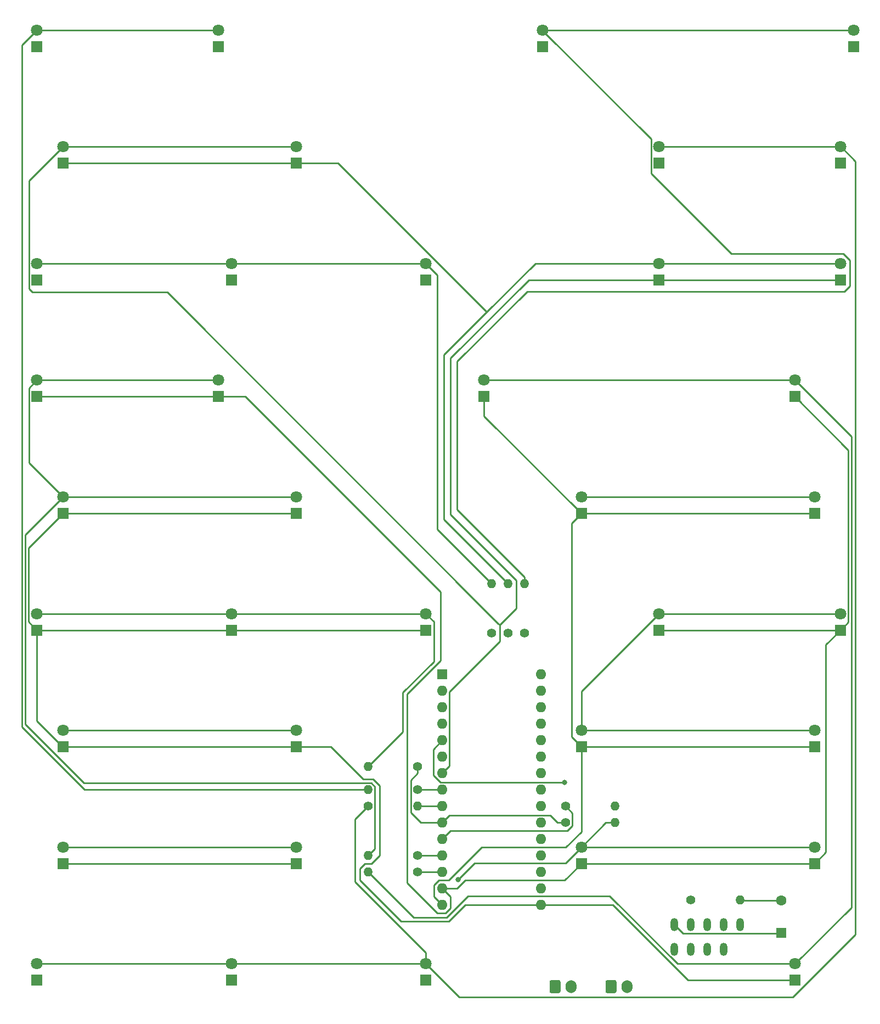
<source format=gbr>
%TF.GenerationSoftware,KiCad,Pcbnew,(5.1.7)-1*%
%TF.CreationDate,2020-10-17T18:25:27+02:00*%
%TF.ProjectId,SteirischeWortUhr2,53746569-7269-4736-9368-65576f727455,rev?*%
%TF.SameCoordinates,Original*%
%TF.FileFunction,Copper,L2,Bot*%
%TF.FilePolarity,Positive*%
%FSLAX46Y46*%
G04 Gerber Fmt 4.6, Leading zero omitted, Abs format (unit mm)*
G04 Created by KiCad (PCBNEW (5.1.7)-1) date 2020-10-17 18:25:27*
%MOMM*%
%LPD*%
G01*
G04 APERTURE LIST*
%TA.AperFunction,ComponentPad*%
%ADD10O,1.700000X2.000000*%
%TD*%
%TA.AperFunction,ComponentPad*%
%ADD11O,1.400000X1.400000*%
%TD*%
%TA.AperFunction,ComponentPad*%
%ADD12C,1.400000*%
%TD*%
%TA.AperFunction,ComponentPad*%
%ADD13C,1.800000*%
%TD*%
%TA.AperFunction,ComponentPad*%
%ADD14R,1.800000X1.800000*%
%TD*%
%TA.AperFunction,ComponentPad*%
%ADD15O,1.200000X2.000000*%
%TD*%
%TA.AperFunction,ComponentPad*%
%ADD16C,1.600000*%
%TD*%
%TA.AperFunction,ComponentPad*%
%ADD17R,1.600000X1.600000*%
%TD*%
%TA.AperFunction,ComponentPad*%
%ADD18O,1.600000X1.600000*%
%TD*%
%TA.AperFunction,ViaPad*%
%ADD19C,0.800000*%
%TD*%
%TA.AperFunction,Conductor*%
%ADD20C,0.250000*%
%TD*%
G04 APERTURE END LIST*
D10*
%TO.P,J2KEY1,2*%
%TO.N,GND*%
X111085000Y-164973000D03*
%TO.P,J2KEY1,1*%
%TO.N,Net-(ArduinoNanoV3-Pad20)*%
%TA.AperFunction,ComponentPad*%
G36*
G01*
X107735000Y-165723000D02*
X107735000Y-164223000D01*
G75*
G02*
X107985000Y-163973000I250000J0D01*
G01*
X109185000Y-163973000D01*
G75*
G02*
X109435000Y-164223000I0J-250000D01*
G01*
X109435000Y-165723000D01*
G75*
G02*
X109185000Y-165973000I-250000J0D01*
G01*
X107985000Y-165973000D01*
G75*
G02*
X107735000Y-165723000I0J250000D01*
G01*
G37*
%TD.AperFunction*%
%TD*%
%TO.P,J1PWR1,2*%
%TO.N,GND*%
X102449000Y-164973000D03*
%TO.P,J1PWR1,1*%
%TO.N,Net-(ArduinoNanoV3-Pad30)*%
%TA.AperFunction,ComponentPad*%
G36*
G01*
X99099000Y-165723000D02*
X99099000Y-164223000D01*
G75*
G02*
X99349000Y-163973000I250000J0D01*
G01*
X100549000Y-163973000D01*
G75*
G02*
X100799000Y-164223000I0J-250000D01*
G01*
X100799000Y-165723000D01*
G75*
G02*
X100549000Y-165973000I-250000J0D01*
G01*
X99349000Y-165973000D01*
G75*
G02*
X99099000Y-165723000I0J250000D01*
G01*
G37*
%TD.AperFunction*%
%TD*%
D11*
%TO.P,R11,2*%
%TO.N,Net-(C1-Pad2)*%
X128524000Y-151638000D03*
D12*
%TO.P,R11,1*%
%TO.N,GND*%
X120904000Y-151638000D03*
%TD*%
D11*
%TO.P,R10,2*%
%TO.N,Net-(LED_ANS_1-Pad2)*%
X71120000Y-147320000D03*
D12*
%TO.P,R10,1*%
%TO.N,Net-(ArduinoNanoV3-Pad13)*%
X78740000Y-147320000D03*
%TD*%
D11*
%TO.P,R9,2*%
%TO.N,Net-(LED_DREI_1-Pad2)*%
X71120000Y-144780000D03*
D12*
%TO.P,R9,1*%
%TO.N,Net-(ArduinoNanoV3-Pad12)*%
X78740000Y-144780000D03*
%TD*%
D11*
%TO.P,R8,2*%
%TO.N,Net-(LED_NAINE_1-Pad2)*%
X109220000Y-137160000D03*
D12*
%TO.P,R8,1*%
%TO.N,Net-(ArduinoNanoV3-Pad11)*%
X101600000Y-137160000D03*
%TD*%
D11*
%TO.P,R7,2*%
%TO.N,Net-(LED_ZW\u00D6LFE_1-Pad2)*%
X71120000Y-131064000D03*
D12*
%TO.P,R7,1*%
%TO.N,Net-(ArduinoNanoV3-Pad10)*%
X78740000Y-131064000D03*
%TD*%
D11*
%TO.P,R6,2*%
%TO.N,Net-(LED_SIEBN_1-Pad2)*%
X109220000Y-139700000D03*
D12*
%TO.P,R6,1*%
%TO.N,Net-(ArduinoNanoV3-Pad10)*%
X101600000Y-139700000D03*
%TD*%
D11*
%TO.P,R5,2*%
%TO.N,Net-(ArduinoNanoV3-Pad9)*%
X78740000Y-137160000D03*
D12*
%TO.P,R5,1*%
%TO.N,Net-(LED_SCHO_1-Pad2)*%
X71120000Y-137160000D03*
%TD*%
D11*
%TO.P,R4,2*%
%TO.N,Net-(LED_GLEI_1-Pad2)*%
X71120000Y-134620000D03*
D12*
%TO.P,R4,1*%
%TO.N,Net-(ArduinoNanoV3-Pad8)*%
X78740000Y-134620000D03*
%TD*%
D11*
%TO.P,R3,2*%
%TO.N,Net-(LED_DREI4TL_1-Pad2)*%
X92710000Y-102870000D03*
D12*
%TO.P,R3,1*%
%TO.N,Net-(ArduinoNanoV3-Pad6)*%
X92710000Y-110490000D03*
%TD*%
D11*
%TO.P,R2,2*%
%TO.N,Net-(LED_VIERTL_1-Pad2)*%
X90170000Y-102870000D03*
D12*
%TO.P,R2,1*%
%TO.N,Net-(ArduinoNanoV3-Pad6)*%
X90170000Y-110490000D03*
%TD*%
D11*
%TO.P,R1,2*%
%TO.N,Net-(LED_ESIS_1-Pad2)*%
X95250000Y-102870000D03*
D12*
%TO.P,R1,1*%
%TO.N,Net-(ArduinoNanoV3-Pad19)*%
X95250000Y-110490000D03*
%TD*%
D13*
%TO.P,LED_\u00D6FE_1,2*%
%TO.N,Net-(LED_ANS_1-Pad2)*%
X137000000Y-161460000D03*
D14*
%TO.P,LED_\u00D6FE_1,1*%
%TO.N,Net-(ArduinoNanoV3-Pad16)*%
X137000000Y-164000000D03*
%TD*%
D13*
%TO.P,LED_ZW\u00D6LFE_3,2*%
%TO.N,Net-(LED_ZW\u00D6LFE_1-Pad2)*%
X20000000Y-107460000D03*
D14*
%TO.P,LED_ZW\u00D6LFE_3,1*%
%TO.N,Net-(ArduinoNanoV3-Pad16)*%
X20000000Y-110000000D03*
%TD*%
D13*
%TO.P,LED_ZW\u00D6LFE_2,2*%
%TO.N,Net-(LED_ZW\u00D6LFE_1-Pad2)*%
X50000000Y-107460000D03*
D14*
%TO.P,LED_ZW\u00D6LFE_2,1*%
%TO.N,Net-(ArduinoNanoV3-Pad16)*%
X50000000Y-110000000D03*
%TD*%
D13*
%TO.P,LED_ZW\u00D6LFE_1,2*%
%TO.N,Net-(LED_ZW\u00D6LFE_1-Pad2)*%
X80000000Y-107460000D03*
D14*
%TO.P,LED_ZW\u00D6LFE_1,1*%
%TO.N,Net-(ArduinoNanoV3-Pad16)*%
X80000000Y-110000000D03*
%TD*%
D13*
%TO.P,LED_ZWA_1,2*%
%TO.N,Net-(LED_ANS_1-Pad2)*%
X89000000Y-71460000D03*
D14*
%TO.P,LED_ZWA_1,1*%
%TO.N,Net-(ArduinoNanoV3-Pad15)*%
X89000000Y-74000000D03*
%TD*%
D13*
%TO.P,LED_ZEHNE_2,2*%
%TO.N,Net-(LED_SIEBN_1-Pad2)*%
X104000000Y-143460000D03*
D14*
%TO.P,LED_ZEHNE_2,1*%
%TO.N,Net-(ArduinoNanoV3-Pad14)*%
X104000000Y-146000000D03*
%TD*%
D13*
%TO.P,LED_ZEHNE_1,2*%
%TO.N,Net-(LED_SIEBN_1-Pad2)*%
X140000000Y-143460000D03*
D14*
%TO.P,LED_ZEHNE_1,1*%
%TO.N,Net-(ArduinoNanoV3-Pad14)*%
X140000000Y-146000000D03*
%TD*%
D13*
%TO.P,LED_VUABEI_3,2*%
%TO.N,Net-(LED_SCHO_1-Pad2)*%
X20000000Y-161460000D03*
D14*
%TO.P,LED_VUABEI_3,1*%
%TO.N,GND*%
X20000000Y-164000000D03*
%TD*%
D13*
%TO.P,LED_VUABEI_2,2*%
%TO.N,Net-(LED_SCHO_1-Pad2)*%
X50000000Y-161460000D03*
D14*
%TO.P,LED_VUABEI_2,1*%
%TO.N,GND*%
X50000000Y-164000000D03*
%TD*%
D13*
%TO.P,LED_VUABEI_1,2*%
%TO.N,Net-(LED_SCHO_1-Pad2)*%
X80000000Y-161460000D03*
D14*
%TO.P,LED_VUABEI_1,1*%
%TO.N,GND*%
X80000000Y-164000000D03*
%TD*%
D13*
%TO.P,LED_VIERTL_3,2*%
%TO.N,Net-(LED_VIERTL_1-Pad2)*%
X20000000Y-53460000D03*
D14*
%TO.P,LED_VIERTL_3,1*%
%TO.N,GND*%
X20000000Y-56000000D03*
%TD*%
D13*
%TO.P,LED_VIERTL_2,2*%
%TO.N,Net-(LED_VIERTL_1-Pad2)*%
X50000000Y-53460000D03*
D14*
%TO.P,LED_VIERTL_2,1*%
%TO.N,GND*%
X50000000Y-56000000D03*
%TD*%
D13*
%TO.P,LED_VIERTL_1,2*%
%TO.N,Net-(LED_VIERTL_1-Pad2)*%
X80000000Y-53460000D03*
D14*
%TO.P,LED_VIERTL_1,1*%
%TO.N,GND*%
X80000000Y-56000000D03*
%TD*%
D13*
%TO.P,LED_VIERE_2,2*%
%TO.N,Net-(LED_DREI_1-Pad2)*%
X104000000Y-89460000D03*
D14*
%TO.P,LED_VIERE_2,1*%
%TO.N,Net-(ArduinoNanoV3-Pad15)*%
X104000000Y-92000000D03*
%TD*%
D13*
%TO.P,LED_VIERE_1,2*%
%TO.N,Net-(LED_DREI_1-Pad2)*%
X140000000Y-89460000D03*
D14*
%TO.P,LED_VIERE_1,1*%
%TO.N,Net-(ArduinoNanoV3-Pad15)*%
X140000000Y-92000000D03*
%TD*%
D13*
%TO.P,LED_SIEBN_2,2*%
%TO.N,Net-(LED_SIEBN_1-Pad2)*%
X24000000Y-143460000D03*
D14*
%TO.P,LED_SIEBN_2,1*%
%TO.N,Net-(ArduinoNanoV3-Pad15)*%
X24000000Y-146000000D03*
%TD*%
D13*
%TO.P,LED_SIEBN_1,2*%
%TO.N,Net-(LED_SIEBN_1-Pad2)*%
X60000000Y-143460000D03*
D14*
%TO.P,LED_SIEBN_1,1*%
%TO.N,Net-(ArduinoNanoV3-Pad15)*%
X60000000Y-146000000D03*
%TD*%
D13*
%TO.P,LED_SEXE_2,2*%
%TO.N,Net-(LED_NAINE_1-Pad2)*%
X144000000Y-107460000D03*
D14*
%TO.P,LED_SEXE_2,1*%
%TO.N,Net-(ArduinoNanoV3-Pad14)*%
X144000000Y-110000000D03*
%TD*%
D13*
%TO.P,LED_SEXE_1,2*%
%TO.N,Net-(LED_NAINE_1-Pad2)*%
X116000000Y-107460000D03*
D14*
%TO.P,LED_SEXE_1,1*%
%TO.N,Net-(ArduinoNanoV3-Pad14)*%
X116000000Y-110000000D03*
%TD*%
D13*
%TO.P,LED_SCHO_2,2*%
%TO.N,Net-(LED_SCHO_1-Pad2)*%
X116000000Y-35460000D03*
D14*
%TO.P,LED_SCHO_2,1*%
%TO.N,GND*%
X116000000Y-38000000D03*
%TD*%
D13*
%TO.P,LED_SCHO_1,2*%
%TO.N,Net-(LED_SCHO_1-Pad2)*%
X144000000Y-35460000D03*
D14*
%TO.P,LED_SCHO_1,1*%
%TO.N,GND*%
X144000000Y-38000000D03*
%TD*%
D13*
%TO.P,LED_OCHTE_2,2*%
%TO.N,Net-(LED_NAINE_1-Pad2)*%
X104000000Y-125460000D03*
D14*
%TO.P,LED_OCHTE_2,1*%
%TO.N,Net-(ArduinoNanoV3-Pad15)*%
X104000000Y-128000000D03*
%TD*%
D13*
%TO.P,LED_OCHTE_1,2*%
%TO.N,Net-(LED_NAINE_1-Pad2)*%
X140000000Y-125460000D03*
D14*
%TO.P,LED_OCHTE_1,1*%
%TO.N,Net-(ArduinoNanoV3-Pad15)*%
X140000000Y-128000000D03*
%TD*%
D13*
%TO.P,LED_NAINE_2,2*%
%TO.N,Net-(LED_NAINE_1-Pad2)*%
X24000000Y-125460000D03*
D14*
%TO.P,LED_NAINE_2,1*%
%TO.N,Net-(ArduinoNanoV3-Pad16)*%
X24000000Y-128000000D03*
%TD*%
D13*
%TO.P,LED_NAINE_1,2*%
%TO.N,Net-(LED_NAINE_1-Pad2)*%
X60000000Y-125460000D03*
D14*
%TO.P,LED_NAINE_1,1*%
%TO.N,Net-(ArduinoNanoV3-Pad16)*%
X60000000Y-128000000D03*
%TD*%
D13*
%TO.P,LED_HOLBA_2,2*%
%TO.N,Net-(ArduinoNanoV3-Pad7)*%
X24000000Y-35460000D03*
D14*
%TO.P,LED_HOLBA_2,1*%
%TO.N,Net-(LED_DREI4TL_1-Pad2)*%
X24000000Y-38000000D03*
%TD*%
D13*
%TO.P,LED_HOLBA_1,2*%
%TO.N,Net-(ArduinoNanoV3-Pad7)*%
X60000000Y-35460000D03*
D14*
%TO.P,LED_HOLBA_1,1*%
%TO.N,Net-(LED_DREI4TL_1-Pad2)*%
X60000000Y-38000000D03*
%TD*%
D13*
%TO.P,LED_GLEI_2,2*%
%TO.N,Net-(LED_GLEI_1-Pad2)*%
X20000000Y-17460000D03*
D14*
%TO.P,LED_GLEI_2,1*%
%TO.N,GND*%
X20000000Y-20000000D03*
%TD*%
D13*
%TO.P,LED_GLEI_1,2*%
%TO.N,Net-(LED_GLEI_1-Pad2)*%
X48000000Y-17460000D03*
D14*
%TO.P,LED_GLEI_1,1*%
%TO.N,GND*%
X48000000Y-20000000D03*
%TD*%
D13*
%TO.P,LED_F\u00DCNFE_2,2*%
%TO.N,Net-(LED_DREI_1-Pad2)*%
X24000000Y-89460000D03*
D14*
%TO.P,LED_F\u00DCNFE_2,1*%
%TO.N,Net-(ArduinoNanoV3-Pad16)*%
X24000000Y-92000000D03*
%TD*%
D13*
%TO.P,LED_F\u00DCNFE_1,2*%
%TO.N,Net-(LED_DREI_1-Pad2)*%
X60000000Y-89460000D03*
D14*
%TO.P,LED_F\u00DCNFE_1,1*%
%TO.N,Net-(ArduinoNanoV3-Pad16)*%
X60000000Y-92000000D03*
%TD*%
D13*
%TO.P,LED_ESIS_2,2*%
%TO.N,Net-(LED_ESIS_1-Pad2)*%
X98000000Y-17460000D03*
D14*
%TO.P,LED_ESIS_2,1*%
%TO.N,GND*%
X98000000Y-20000000D03*
%TD*%
D13*
%TO.P,LED_ESIS_1,2*%
%TO.N,Net-(LED_ESIS_1-Pad2)*%
X146000000Y-17460000D03*
D14*
%TO.P,LED_ESIS_1,1*%
%TO.N,GND*%
X146000000Y-20000000D03*
%TD*%
D13*
%TO.P,LED_DREI_2,2*%
%TO.N,Net-(LED_DREI_1-Pad2)*%
X20000000Y-71460000D03*
D14*
%TO.P,LED_DREI_2,1*%
%TO.N,Net-(ArduinoNanoV3-Pad14)*%
X20000000Y-74000000D03*
%TD*%
D13*
%TO.P,LED_DREI_1,2*%
%TO.N,Net-(LED_DREI_1-Pad2)*%
X48000000Y-71460000D03*
D14*
%TO.P,LED_DREI_1,1*%
%TO.N,Net-(ArduinoNanoV3-Pad14)*%
X48000000Y-74000000D03*
%TD*%
D13*
%TO.P,LED_DREI4TL_2,2*%
%TO.N,Net-(LED_DREI4TL_1-Pad2)*%
X116000000Y-53460000D03*
D14*
%TO.P,LED_DREI4TL_2,1*%
%TO.N,Net-(ArduinoNanoV3-Pad7)*%
X116000000Y-56000000D03*
%TD*%
D13*
%TO.P,LED_DREI4TL_1,2*%
%TO.N,Net-(LED_DREI4TL_1-Pad2)*%
X144000000Y-53460000D03*
D14*
%TO.P,LED_DREI4TL_1,1*%
%TO.N,Net-(ArduinoNanoV3-Pad7)*%
X144000000Y-56000000D03*
%TD*%
D13*
%TO.P,LED_ANS_1,2*%
%TO.N,Net-(LED_ANS_1-Pad2)*%
X137000000Y-71460000D03*
D14*
%TO.P,LED_ANS_1,1*%
%TO.N,Net-(ArduinoNanoV3-Pad14)*%
X137000000Y-74000000D03*
%TD*%
D15*
%TO.P,DCF2,5*%
%TO.N,GND*%
X128524000Y-155448000D03*
%TO.P,DCF2,4*%
%TO.N,Net-(ArduinoNanoV3-Pad5)*%
X125984000Y-155448000D03*
%TO.P,DCF2,3*%
%TO.N,N/C*%
X123444000Y-155448000D03*
%TO.P,DCF2,2*%
%TO.N,GND*%
X120904000Y-155448000D03*
%TO.P,DCF2,1*%
%TO.N,+3V3*%
X118364000Y-155448000D03*
%TD*%
%TO.P,DCF1,4*%
%TO.N,Net-(C1-Pad2)*%
X125984000Y-159258000D03*
%TO.P,DCF1,3*%
%TO.N,Net-(ArduinoNanoV3-Pad5)*%
X123444000Y-159258000D03*
%TO.P,DCF1,2*%
%TO.N,GND*%
X120904000Y-159258000D03*
%TO.P,DCF1,1*%
%TO.N,+3V3*%
X118364000Y-159258000D03*
%TD*%
D16*
%TO.P,C1,2*%
%TO.N,Net-(C1-Pad2)*%
X134874000Y-151718000D03*
D17*
%TO.P,C1,1*%
%TO.N,+3V3*%
X134874000Y-156718000D03*
%TD*%
D18*
%TO.P,ArduinoNanoV3,16*%
%TO.N,Net-(ArduinoNanoV3-Pad16)*%
X97790000Y-152400000D03*
%TO.P,ArduinoNanoV3,15*%
%TO.N,Net-(ArduinoNanoV3-Pad15)*%
X82550000Y-152400000D03*
%TO.P,ArduinoNanoV3,30*%
%TO.N,Net-(ArduinoNanoV3-Pad30)*%
X97790000Y-116840000D03*
%TO.P,ArduinoNanoV3,14*%
%TO.N,Net-(ArduinoNanoV3-Pad14)*%
X82550000Y-149860000D03*
%TO.P,ArduinoNanoV3,29*%
%TO.N,GND*%
X97790000Y-119380000D03*
%TO.P,ArduinoNanoV3,13*%
%TO.N,Net-(ArduinoNanoV3-Pad13)*%
X82550000Y-147320000D03*
%TO.P,ArduinoNanoV3,28*%
%TO.N,Net-(ArduinoNanoV3-Pad28)*%
X97790000Y-121920000D03*
%TO.P,ArduinoNanoV3,12*%
%TO.N,Net-(ArduinoNanoV3-Pad12)*%
X82550000Y-144780000D03*
%TO.P,ArduinoNanoV3,27*%
%TO.N,+5V*%
X97790000Y-124460000D03*
%TO.P,ArduinoNanoV3,11*%
%TO.N,Net-(ArduinoNanoV3-Pad11)*%
X82550000Y-142240000D03*
%TO.P,ArduinoNanoV3,26*%
%TO.N,Net-(ArduinoNanoV3-Pad26)*%
X97790000Y-127000000D03*
%TO.P,ArduinoNanoV3,10*%
%TO.N,Net-(ArduinoNanoV3-Pad10)*%
X82550000Y-139700000D03*
%TO.P,ArduinoNanoV3,25*%
%TO.N,Net-(ArduinoNanoV3-Pad25)*%
X97790000Y-129540000D03*
%TO.P,ArduinoNanoV3,9*%
%TO.N,Net-(ArduinoNanoV3-Pad9)*%
X82550000Y-137160000D03*
%TO.P,ArduinoNanoV3,24*%
%TO.N,Net-(ArduinoNanoV3-Pad24)*%
X97790000Y-132080000D03*
%TO.P,ArduinoNanoV3,8*%
%TO.N,Net-(ArduinoNanoV3-Pad8)*%
X82550000Y-134620000D03*
%TO.P,ArduinoNanoV3,23*%
%TO.N,Net-(ArduinoNanoV3-Pad23)*%
X97790000Y-134620000D03*
%TO.P,ArduinoNanoV3,7*%
%TO.N,Net-(ArduinoNanoV3-Pad7)*%
X82550000Y-132080000D03*
%TO.P,ArduinoNanoV3,22*%
%TO.N,Net-(ArduinoNanoV3-Pad22)*%
X97790000Y-137160000D03*
%TO.P,ArduinoNanoV3,6*%
%TO.N,Net-(ArduinoNanoV3-Pad6)*%
X82550000Y-129540000D03*
%TO.P,ArduinoNanoV3,21*%
%TO.N,Net-(ArduinoNanoV3-Pad21)*%
X97790000Y-139700000D03*
%TO.P,ArduinoNanoV3,5*%
%TO.N,Net-(ArduinoNanoV3-Pad5)*%
X82550000Y-127000000D03*
%TO.P,ArduinoNanoV3,20*%
%TO.N,Net-(ArduinoNanoV3-Pad20)*%
X97790000Y-142240000D03*
%TO.P,ArduinoNanoV3,4*%
%TO.N,GND*%
X82550000Y-124460000D03*
%TO.P,ArduinoNanoV3,19*%
%TO.N,Net-(ArduinoNanoV3-Pad19)*%
X97790000Y-144780000D03*
%TO.P,ArduinoNanoV3,3*%
%TO.N,Net-(ArduinoNanoV3-Pad3)*%
X82550000Y-121920000D03*
%TO.P,ArduinoNanoV3,18*%
%TO.N,Net-(ArduinoNanoV3-Pad18)*%
X97790000Y-147320000D03*
%TO.P,ArduinoNanoV3,2*%
%TO.N,Net-(ArduinoNanoV3-Pad2)*%
X82550000Y-119380000D03*
%TO.P,ArduinoNanoV3,17*%
%TO.N,+3V3*%
X97790000Y-149860000D03*
D17*
%TO.P,ArduinoNanoV3,1*%
%TO.N,Net-(ArduinoNanoV3-Pad1)*%
X82550000Y-116840000D03*
%TD*%
D19*
%TO.N,Net-(ArduinoNanoV3-Pad5)*%
X101436010Y-133494999D03*
%TO.N,Net-(LED_SIEBN_1-Pad2)*%
X84963000Y-148463000D03*
%TD*%
D20*
%TO.N,Net-(ArduinoNanoV3-Pad16)*%
X20000000Y-110000000D02*
X50000000Y-110000000D01*
X60000000Y-92000000D02*
X24000000Y-92000000D01*
X50000000Y-110000000D02*
X80000000Y-110000000D01*
X24000000Y-128000000D02*
X60000000Y-128000000D01*
X70358000Y-132969000D02*
X65389000Y-128000000D01*
X72898000Y-133985000D02*
X71882000Y-132969000D01*
X70612000Y-146050000D02*
X71628000Y-146050000D01*
X69850000Y-146812000D02*
X70612000Y-146050000D01*
X71882000Y-132969000D02*
X70358000Y-132969000D01*
X69850000Y-148590000D02*
X69850000Y-146812000D01*
X65389000Y-128000000D02*
X60000000Y-128000000D01*
X76200000Y-154940000D02*
X69850000Y-148590000D01*
X83566000Y-154940000D02*
X76200000Y-154940000D01*
X86106000Y-152400000D02*
X83566000Y-154940000D01*
X72898000Y-144780000D02*
X72898000Y-133985000D01*
X71628000Y-146050000D02*
X72898000Y-144780000D01*
X97790000Y-152400000D02*
X86106000Y-152400000D01*
X18669000Y-97331000D02*
X24000000Y-92000000D01*
X18669000Y-108669000D02*
X18669000Y-97331000D01*
X20000000Y-110000000D02*
X18669000Y-108669000D01*
X20000000Y-124013000D02*
X20000000Y-110000000D01*
X23987000Y-128000000D02*
X20000000Y-124013000D01*
X24000000Y-128000000D02*
X23987000Y-128000000D01*
X120439000Y-164000000D02*
X108839000Y-152400000D01*
X108839000Y-152400000D02*
X97790000Y-152400000D01*
X137000000Y-164000000D02*
X120439000Y-164000000D01*
%TO.N,Net-(ArduinoNanoV3-Pad15)*%
X24000000Y-146000000D02*
X60000000Y-146000000D01*
X104000000Y-128000000D02*
X140000000Y-128000000D01*
X104000000Y-92000000D02*
X140000000Y-92000000D01*
X89000000Y-77000000D02*
X104000000Y-92000000D01*
X89000000Y-74000000D02*
X89000000Y-77000000D01*
X81280000Y-149344999D02*
X81280000Y-151130000D01*
X83566000Y-148590000D02*
X82034999Y-148590000D01*
X81280000Y-151130000D02*
X82550000Y-152400000D01*
X82034999Y-148590000D02*
X81280000Y-149344999D01*
X88646000Y-143510000D02*
X83566000Y-148590000D01*
X101600000Y-143510000D02*
X88646000Y-143510000D01*
X104000000Y-141110000D02*
X101600000Y-143510000D01*
X104000000Y-128000000D02*
X104000000Y-141110000D01*
X102489000Y-126489000D02*
X104000000Y-128000000D01*
X102489000Y-93511000D02*
X102489000Y-126489000D01*
X104000000Y-92000000D02*
X102489000Y-93511000D01*
%TO.N,Net-(ArduinoNanoV3-Pad14)*%
X116000000Y-110000000D02*
X144000000Y-110000000D01*
X104000000Y-146000000D02*
X140000000Y-146000000D01*
X20000000Y-74000000D02*
X48000000Y-74000000D01*
X145225001Y-82225001D02*
X137000000Y-74000000D01*
X145225001Y-108774999D02*
X145225001Y-82225001D01*
X144000000Y-110000000D02*
X145225001Y-108774999D01*
X101410000Y-148590000D02*
X104000000Y-146000000D01*
X84836000Y-149860000D02*
X86106000Y-148590000D01*
X86106000Y-148590000D02*
X101410000Y-148590000D01*
X82550000Y-149860000D02*
X84836000Y-149860000D01*
X83058000Y-153670000D02*
X83820000Y-152908000D01*
X81788000Y-153670000D02*
X83058000Y-153670000D01*
X77089000Y-119888000D02*
X77089000Y-148971000D01*
X83820000Y-151130000D02*
X82550000Y-149860000D01*
X82296000Y-114681000D02*
X77089000Y-119888000D01*
X82296000Y-104140000D02*
X82296000Y-114681000D01*
X83820000Y-152908000D02*
X83820000Y-151130000D01*
X52156000Y-74000000D02*
X82296000Y-104140000D01*
X77089000Y-148971000D02*
X81788000Y-153670000D01*
X48000000Y-74000000D02*
X52156000Y-74000000D01*
X141732000Y-144268000D02*
X140000000Y-146000000D01*
X141732000Y-112268000D02*
X141732000Y-144268000D01*
X144000000Y-110000000D02*
X141732000Y-112268000D01*
%TO.N,Net-(ArduinoNanoV3-Pad13)*%
X82550000Y-147320000D02*
X78740000Y-147320000D01*
%TO.N,Net-(ArduinoNanoV3-Pad12)*%
X82550000Y-144780000D02*
X78740000Y-144780000D01*
%TO.N,Net-(ArduinoNanoV3-Pad11)*%
X102625001Y-140192001D02*
X102625001Y-138185001D01*
X101847002Y-140970000D02*
X102625001Y-140192001D01*
X102625001Y-138185001D02*
X101600000Y-137160000D01*
X83820000Y-140970000D02*
X101847002Y-140970000D01*
X82550000Y-142240000D02*
X83820000Y-140970000D01*
%TO.N,Net-(ArduinoNanoV3-Pad10)*%
X82550000Y-139700000D02*
X79248000Y-139700000D01*
X77714999Y-138166999D02*
X77714999Y-133105001D01*
X79248000Y-139700000D02*
X77714999Y-138166999D01*
X78740000Y-131064000D02*
X78740000Y-132080000D01*
X78740000Y-132080000D02*
X77714999Y-133105001D01*
X83675001Y-138574999D02*
X82550000Y-139700000D01*
X99204999Y-138574999D02*
X83675001Y-138574999D01*
X100330000Y-139700000D02*
X99204999Y-138574999D01*
X101600000Y-139700000D02*
X100330000Y-139700000D01*
%TO.N,Net-(ArduinoNanoV3-Pad9)*%
X82550000Y-137160000D02*
X78740000Y-137160000D01*
%TO.N,Net-(ArduinoNanoV3-Pad8)*%
X82550000Y-134620000D02*
X78740000Y-134620000D01*
%TO.N,Net-(ArduinoNanoV3-Pad7)*%
X24000000Y-35460000D02*
X60000000Y-35460000D01*
X144000000Y-56000000D02*
X116000000Y-56000000D01*
X18774999Y-40685001D02*
X24000000Y-35460000D01*
X18774999Y-57382999D02*
X18774999Y-40685001D01*
X19304000Y-57912000D02*
X18774999Y-57382999D01*
X40132000Y-57912000D02*
X19304000Y-57912000D01*
X91195001Y-108975001D02*
X40132000Y-57912000D01*
X91440000Y-111760000D02*
X91440000Y-109220000D01*
X83675001Y-119524999D02*
X91440000Y-111760000D01*
X91440000Y-109220000D02*
X91195001Y-108975001D01*
X83675001Y-130954999D02*
X83675001Y-119524999D01*
X82550000Y-132080000D02*
X83675001Y-130954999D01*
X93980000Y-106680000D02*
X91440000Y-109220000D01*
X93980000Y-102362000D02*
X93980000Y-106680000D01*
X83820000Y-92202000D02*
X93980000Y-102362000D01*
X83820000Y-68072000D02*
X83820000Y-92202000D01*
X95892000Y-56000000D02*
X83820000Y-68072000D01*
X116000000Y-56000000D02*
X95892000Y-56000000D01*
%TO.N,Net-(ArduinoNanoV3-Pad5)*%
X82299997Y-133494999D02*
X101436010Y-133494999D01*
X82550000Y-127000000D02*
X81153000Y-128397000D01*
X81153000Y-132348002D02*
X82299997Y-133494999D01*
X81153000Y-128397000D02*
X81153000Y-132348002D01*
%TO.N,+3V3*%
X134818990Y-156773010D02*
X134874000Y-156718000D01*
X119689010Y-156773010D02*
X134818990Y-156773010D01*
X118364000Y-155448000D02*
X119689010Y-156773010D01*
%TO.N,Net-(C1-Pad2)*%
X128604000Y-151718000D02*
X128524000Y-151638000D01*
X134874000Y-151718000D02*
X128604000Y-151718000D01*
%TO.N,Net-(LED_ANS_1-Pad2)*%
X137000000Y-71460000D02*
X89000000Y-71460000D01*
X145675010Y-152784990D02*
X145675010Y-80135010D01*
X145675010Y-80135010D02*
X137000000Y-71460000D01*
X137000000Y-161460000D02*
X145675010Y-152784990D01*
X83185000Y-154305000D02*
X86504999Y-150985001D01*
X78105000Y-154305000D02*
X83185000Y-154305000D01*
X71120000Y-147320000D02*
X78105000Y-154305000D01*
X108382840Y-150985001D02*
X107205999Y-150985001D01*
X137000000Y-161460000D02*
X118857839Y-161460000D01*
X118857839Y-161460000D02*
X108382840Y-150985001D01*
X86504999Y-150985001D02*
X107205999Y-150985001D01*
%TO.N,Net-(LED_DREI4TL_1-Pad2)*%
X24000000Y-38000000D02*
X60000000Y-38000000D01*
X144000000Y-53460000D02*
X116000000Y-53460000D01*
X66448000Y-38000000D02*
X89408000Y-60960000D01*
X60000000Y-38000000D02*
X66448000Y-38000000D01*
X82804000Y-67564000D02*
X89408000Y-60960000D01*
X82804000Y-92964000D02*
X82804000Y-67564000D01*
X92710000Y-102870000D02*
X82804000Y-92964000D01*
X100450000Y-53460000D02*
X116000000Y-53460000D01*
X96908000Y-53460000D02*
X100450000Y-53460000D01*
X89408000Y-60960000D02*
X96908000Y-53460000D01*
%TO.N,Net-(LED_DREI_1-Pad2)*%
X20000000Y-71460000D02*
X48000000Y-71460000D01*
X18774999Y-84234999D02*
X24000000Y-89460000D01*
X18774999Y-72685001D02*
X18774999Y-84234999D01*
X20000000Y-71460000D02*
X18774999Y-72685001D01*
X140000000Y-89460000D02*
X104000000Y-89460000D01*
X60000000Y-89460000D02*
X24000000Y-89460000D01*
X72145001Y-143754999D02*
X72145001Y-134127999D01*
X71120000Y-144780000D02*
X72145001Y-143754999D01*
X71612001Y-133594999D02*
X27441001Y-133594999D01*
X72145001Y-134127999D02*
X71612001Y-133594999D01*
X27441001Y-133594999D02*
X27432000Y-133604000D01*
X18161000Y-95299000D02*
X24000000Y-89460000D01*
X18161000Y-124546002D02*
X18161000Y-95299000D01*
X27209997Y-133594999D02*
X18161000Y-124546002D01*
X27441001Y-133594999D02*
X27209997Y-133594999D01*
%TO.N,Net-(LED_ESIS_1-Pad2)*%
X99888000Y-17460000D02*
X98000000Y-17460000D01*
X146000000Y-17460000D02*
X99888000Y-17460000D01*
X84836000Y-91440000D02*
X95250000Y-101854000D01*
X95250000Y-101854000D02*
X95250000Y-102870000D01*
X95631000Y-57785000D02*
X84836000Y-68580000D01*
X144600002Y-57785000D02*
X95631000Y-57785000D01*
X145415000Y-56970002D02*
X144600002Y-57785000D01*
X145415000Y-52946999D02*
X145415000Y-56970002D01*
X144411001Y-51943000D02*
X145415000Y-52946999D01*
X127127000Y-51943000D02*
X144411001Y-51943000D01*
X114774999Y-39590999D02*
X127127000Y-51943000D01*
X114774999Y-34256999D02*
X114774999Y-39590999D01*
X97978000Y-17460000D02*
X114774999Y-34256999D01*
X84836000Y-68580000D02*
X84836000Y-91440000D01*
X99888000Y-17460000D02*
X97978000Y-17460000D01*
%TO.N,Net-(LED_GLEI_1-Pad2)*%
X48000000Y-17614998D02*
X48000000Y-17460000D01*
X20000000Y-17460000D02*
X48000000Y-17460000D01*
X27305000Y-134620000D02*
X71120000Y-134620000D01*
X17653000Y-124968000D02*
X27305000Y-134620000D01*
X17653000Y-19807000D02*
X17653000Y-124968000D01*
X20000000Y-17460000D02*
X17653000Y-19807000D01*
%TO.N,Net-(LED_NAINE_1-Pad2)*%
X104000000Y-119460000D02*
X116000000Y-107460000D01*
X104000000Y-125460000D02*
X104000000Y-119460000D01*
X116000000Y-107460000D02*
X144000000Y-107460000D01*
X104000000Y-125460000D02*
X140000000Y-125460000D01*
X24000000Y-125460000D02*
X60000000Y-125460000D01*
%TO.N,Net-(LED_SCHO_1-Pad2)*%
X20000000Y-161460000D02*
X50000000Y-161460000D01*
X50000000Y-161460000D02*
X80000000Y-161460000D01*
X144000000Y-35460000D02*
X116000000Y-35460000D01*
X69088000Y-139192000D02*
X71120000Y-137160000D01*
X69088000Y-148844000D02*
X69088000Y-139192000D01*
X80000000Y-159756000D02*
X69088000Y-148844000D01*
X80000000Y-161460000D02*
X80000000Y-159756000D01*
X85164000Y-166624000D02*
X80000000Y-161460000D01*
X136652000Y-166624000D02*
X85164000Y-166624000D01*
X146304000Y-156972000D02*
X136652000Y-166624000D01*
X146304000Y-37719000D02*
X146304000Y-156972000D01*
X144045000Y-35460000D02*
X146304000Y-37719000D01*
X144000000Y-35460000D02*
X144045000Y-35460000D01*
%TO.N,Net-(LED_SIEBN_1-Pad2)*%
X104000000Y-143460000D02*
X140000000Y-143460000D01*
X107760000Y-139700000D02*
X104000000Y-143460000D01*
X109220000Y-139700000D02*
X107760000Y-139700000D01*
X24000000Y-143460000D02*
X60000000Y-143460000D01*
X101554999Y-145905001D02*
X87520999Y-145905001D01*
X104000000Y-143460000D02*
X101554999Y-145905001D01*
X87520999Y-145905001D02*
X84963000Y-148463000D01*
%TO.N,Net-(LED_VIERTL_1-Pad2)*%
X20000000Y-53460000D02*
X50000000Y-53460000D01*
X50000000Y-53460000D02*
X80000000Y-53460000D01*
X81788000Y-55248000D02*
X80000000Y-53460000D01*
X81788000Y-94488000D02*
X81788000Y-55248000D01*
X90170000Y-102870000D02*
X81788000Y-94488000D01*
%TO.N,Net-(LED_ZW\u00D6LFE_1-Pad2)*%
X20000000Y-107460000D02*
X50000000Y-107460000D01*
X50000000Y-107460000D02*
X80000000Y-107460000D01*
X81225001Y-108685001D02*
X80000000Y-107460000D01*
X81225001Y-114862999D02*
X81225001Y-108685001D01*
X76454000Y-119634000D02*
X81225001Y-114862999D01*
X76454000Y-125730000D02*
X76454000Y-119634000D01*
X71120000Y-131064000D02*
X76454000Y-125730000D01*
%TD*%
M02*

</source>
